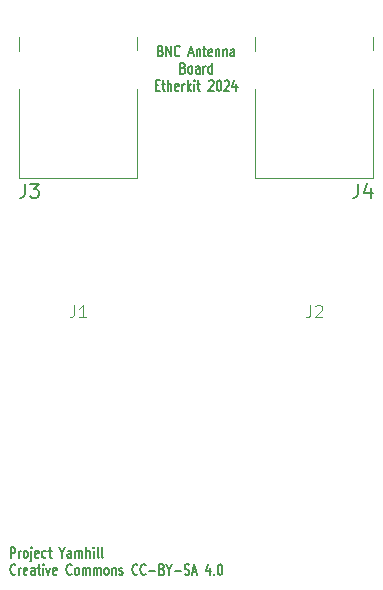
<source format=gto>
%TF.GenerationSoftware,KiCad,Pcbnew,7.0.10-7.0.10~ubuntu22.04.1*%
%TF.CreationDate,2024-01-03T18:20:11-08:00*%
%TF.ProjectId,YamhillBNCAntennaBoard,59616d68-696c-46c4-924e-43416e74656e,A*%
%TF.SameCoordinates,Original*%
%TF.FileFunction,Legend,Top*%
%TF.FilePolarity,Positive*%
%FSLAX46Y46*%
G04 Gerber Fmt 4.6, Leading zero omitted, Abs format (unit mm)*
G04 Created by KiCad (PCBNEW 7.0.10-7.0.10~ubuntu22.04.1) date 2024-01-03 18:20:11*
%MOMM*%
%LPD*%
G01*
G04 APERTURE LIST*
%ADD10C,0.175000*%
%ADD11C,0.100000*%
%ADD12C,0.200000*%
%ADD13C,0.800000*%
%ADD14C,6.400000*%
%ADD15C,2.500000*%
%ADD16C,2.600000*%
%ADD17C,1.900000*%
%ADD18C,3.600000*%
G04 APERTURE END LIST*
D10*
X109281797Y-96131757D02*
X109281797Y-95231757D01*
X109281797Y-95231757D02*
X109548464Y-95231757D01*
X109548464Y-95231757D02*
X109615131Y-95274614D01*
X109615131Y-95274614D02*
X109648464Y-95317471D01*
X109648464Y-95317471D02*
X109681797Y-95403185D01*
X109681797Y-95403185D02*
X109681797Y-95531757D01*
X109681797Y-95531757D02*
X109648464Y-95617471D01*
X109648464Y-95617471D02*
X109615131Y-95660328D01*
X109615131Y-95660328D02*
X109548464Y-95703185D01*
X109548464Y-95703185D02*
X109281797Y-95703185D01*
X109981797Y-96131757D02*
X109981797Y-95531757D01*
X109981797Y-95703185D02*
X110015131Y-95617471D01*
X110015131Y-95617471D02*
X110048464Y-95574614D01*
X110048464Y-95574614D02*
X110115131Y-95531757D01*
X110115131Y-95531757D02*
X110181797Y-95531757D01*
X110515130Y-96131757D02*
X110448464Y-96088900D01*
X110448464Y-96088900D02*
X110415130Y-96046042D01*
X110415130Y-96046042D02*
X110381797Y-95960328D01*
X110381797Y-95960328D02*
X110381797Y-95703185D01*
X110381797Y-95703185D02*
X110415130Y-95617471D01*
X110415130Y-95617471D02*
X110448464Y-95574614D01*
X110448464Y-95574614D02*
X110515130Y-95531757D01*
X110515130Y-95531757D02*
X110615130Y-95531757D01*
X110615130Y-95531757D02*
X110681797Y-95574614D01*
X110681797Y-95574614D02*
X110715130Y-95617471D01*
X110715130Y-95617471D02*
X110748464Y-95703185D01*
X110748464Y-95703185D02*
X110748464Y-95960328D01*
X110748464Y-95960328D02*
X110715130Y-96046042D01*
X110715130Y-96046042D02*
X110681797Y-96088900D01*
X110681797Y-96088900D02*
X110615130Y-96131757D01*
X110615130Y-96131757D02*
X110515130Y-96131757D01*
X111048463Y-95531757D02*
X111048463Y-96303185D01*
X111048463Y-96303185D02*
X111015130Y-96388900D01*
X111015130Y-96388900D02*
X110948463Y-96431757D01*
X110948463Y-96431757D02*
X110915130Y-96431757D01*
X111048463Y-95231757D02*
X111015130Y-95274614D01*
X111015130Y-95274614D02*
X111048463Y-95317471D01*
X111048463Y-95317471D02*
X111081797Y-95274614D01*
X111081797Y-95274614D02*
X111048463Y-95231757D01*
X111048463Y-95231757D02*
X111048463Y-95317471D01*
X111648463Y-96088900D02*
X111581796Y-96131757D01*
X111581796Y-96131757D02*
X111448463Y-96131757D01*
X111448463Y-96131757D02*
X111381796Y-96088900D01*
X111381796Y-96088900D02*
X111348463Y-96003185D01*
X111348463Y-96003185D02*
X111348463Y-95660328D01*
X111348463Y-95660328D02*
X111381796Y-95574614D01*
X111381796Y-95574614D02*
X111448463Y-95531757D01*
X111448463Y-95531757D02*
X111581796Y-95531757D01*
X111581796Y-95531757D02*
X111648463Y-95574614D01*
X111648463Y-95574614D02*
X111681796Y-95660328D01*
X111681796Y-95660328D02*
X111681796Y-95746042D01*
X111681796Y-95746042D02*
X111348463Y-95831757D01*
X112281796Y-96088900D02*
X112215130Y-96131757D01*
X112215130Y-96131757D02*
X112081796Y-96131757D01*
X112081796Y-96131757D02*
X112015130Y-96088900D01*
X112015130Y-96088900D02*
X111981796Y-96046042D01*
X111981796Y-96046042D02*
X111948463Y-95960328D01*
X111948463Y-95960328D02*
X111948463Y-95703185D01*
X111948463Y-95703185D02*
X111981796Y-95617471D01*
X111981796Y-95617471D02*
X112015130Y-95574614D01*
X112015130Y-95574614D02*
X112081796Y-95531757D01*
X112081796Y-95531757D02*
X112215130Y-95531757D01*
X112215130Y-95531757D02*
X112281796Y-95574614D01*
X112481796Y-95531757D02*
X112748463Y-95531757D01*
X112581796Y-95231757D02*
X112581796Y-96003185D01*
X112581796Y-96003185D02*
X112615130Y-96088900D01*
X112615130Y-96088900D02*
X112681796Y-96131757D01*
X112681796Y-96131757D02*
X112748463Y-96131757D01*
X113648463Y-95703185D02*
X113648463Y-96131757D01*
X113415129Y-95231757D02*
X113648463Y-95703185D01*
X113648463Y-95703185D02*
X113881796Y-95231757D01*
X114415129Y-96131757D02*
X114415129Y-95660328D01*
X114415129Y-95660328D02*
X114381796Y-95574614D01*
X114381796Y-95574614D02*
X114315129Y-95531757D01*
X114315129Y-95531757D02*
X114181796Y-95531757D01*
X114181796Y-95531757D02*
X114115129Y-95574614D01*
X114415129Y-96088900D02*
X114348463Y-96131757D01*
X114348463Y-96131757D02*
X114181796Y-96131757D01*
X114181796Y-96131757D02*
X114115129Y-96088900D01*
X114115129Y-96088900D02*
X114081796Y-96003185D01*
X114081796Y-96003185D02*
X114081796Y-95917471D01*
X114081796Y-95917471D02*
X114115129Y-95831757D01*
X114115129Y-95831757D02*
X114181796Y-95788900D01*
X114181796Y-95788900D02*
X114348463Y-95788900D01*
X114348463Y-95788900D02*
X114415129Y-95746042D01*
X114748462Y-96131757D02*
X114748462Y-95531757D01*
X114748462Y-95617471D02*
X114781796Y-95574614D01*
X114781796Y-95574614D02*
X114848462Y-95531757D01*
X114848462Y-95531757D02*
X114948462Y-95531757D01*
X114948462Y-95531757D02*
X115015129Y-95574614D01*
X115015129Y-95574614D02*
X115048462Y-95660328D01*
X115048462Y-95660328D02*
X115048462Y-96131757D01*
X115048462Y-95660328D02*
X115081796Y-95574614D01*
X115081796Y-95574614D02*
X115148462Y-95531757D01*
X115148462Y-95531757D02*
X115248462Y-95531757D01*
X115248462Y-95531757D02*
X115315129Y-95574614D01*
X115315129Y-95574614D02*
X115348462Y-95660328D01*
X115348462Y-95660328D02*
X115348462Y-96131757D01*
X115681795Y-96131757D02*
X115681795Y-95231757D01*
X115981795Y-96131757D02*
X115981795Y-95660328D01*
X115981795Y-95660328D02*
X115948462Y-95574614D01*
X115948462Y-95574614D02*
X115881795Y-95531757D01*
X115881795Y-95531757D02*
X115781795Y-95531757D01*
X115781795Y-95531757D02*
X115715129Y-95574614D01*
X115715129Y-95574614D02*
X115681795Y-95617471D01*
X116315128Y-96131757D02*
X116315128Y-95531757D01*
X116315128Y-95231757D02*
X116281795Y-95274614D01*
X116281795Y-95274614D02*
X116315128Y-95317471D01*
X116315128Y-95317471D02*
X116348462Y-95274614D01*
X116348462Y-95274614D02*
X116315128Y-95231757D01*
X116315128Y-95231757D02*
X116315128Y-95317471D01*
X116748461Y-96131757D02*
X116681795Y-96088900D01*
X116681795Y-96088900D02*
X116648461Y-96003185D01*
X116648461Y-96003185D02*
X116648461Y-95231757D01*
X117115128Y-96131757D02*
X117048462Y-96088900D01*
X117048462Y-96088900D02*
X117015128Y-96003185D01*
X117015128Y-96003185D02*
X117015128Y-95231757D01*
X109681797Y-97495042D02*
X109648464Y-97537900D01*
X109648464Y-97537900D02*
X109548464Y-97580757D01*
X109548464Y-97580757D02*
X109481797Y-97580757D01*
X109481797Y-97580757D02*
X109381797Y-97537900D01*
X109381797Y-97537900D02*
X109315131Y-97452185D01*
X109315131Y-97452185D02*
X109281797Y-97366471D01*
X109281797Y-97366471D02*
X109248464Y-97195042D01*
X109248464Y-97195042D02*
X109248464Y-97066471D01*
X109248464Y-97066471D02*
X109281797Y-96895042D01*
X109281797Y-96895042D02*
X109315131Y-96809328D01*
X109315131Y-96809328D02*
X109381797Y-96723614D01*
X109381797Y-96723614D02*
X109481797Y-96680757D01*
X109481797Y-96680757D02*
X109548464Y-96680757D01*
X109548464Y-96680757D02*
X109648464Y-96723614D01*
X109648464Y-96723614D02*
X109681797Y-96766471D01*
X109981797Y-97580757D02*
X109981797Y-96980757D01*
X109981797Y-97152185D02*
X110015131Y-97066471D01*
X110015131Y-97066471D02*
X110048464Y-97023614D01*
X110048464Y-97023614D02*
X110115131Y-96980757D01*
X110115131Y-96980757D02*
X110181797Y-96980757D01*
X110681797Y-97537900D02*
X110615130Y-97580757D01*
X110615130Y-97580757D02*
X110481797Y-97580757D01*
X110481797Y-97580757D02*
X110415130Y-97537900D01*
X110415130Y-97537900D02*
X110381797Y-97452185D01*
X110381797Y-97452185D02*
X110381797Y-97109328D01*
X110381797Y-97109328D02*
X110415130Y-97023614D01*
X110415130Y-97023614D02*
X110481797Y-96980757D01*
X110481797Y-96980757D02*
X110615130Y-96980757D01*
X110615130Y-96980757D02*
X110681797Y-97023614D01*
X110681797Y-97023614D02*
X110715130Y-97109328D01*
X110715130Y-97109328D02*
X110715130Y-97195042D01*
X110715130Y-97195042D02*
X110381797Y-97280757D01*
X111315130Y-97580757D02*
X111315130Y-97109328D01*
X111315130Y-97109328D02*
X111281797Y-97023614D01*
X111281797Y-97023614D02*
X111215130Y-96980757D01*
X111215130Y-96980757D02*
X111081797Y-96980757D01*
X111081797Y-96980757D02*
X111015130Y-97023614D01*
X111315130Y-97537900D02*
X111248464Y-97580757D01*
X111248464Y-97580757D02*
X111081797Y-97580757D01*
X111081797Y-97580757D02*
X111015130Y-97537900D01*
X111015130Y-97537900D02*
X110981797Y-97452185D01*
X110981797Y-97452185D02*
X110981797Y-97366471D01*
X110981797Y-97366471D02*
X111015130Y-97280757D01*
X111015130Y-97280757D02*
X111081797Y-97237900D01*
X111081797Y-97237900D02*
X111248464Y-97237900D01*
X111248464Y-97237900D02*
X111315130Y-97195042D01*
X111548463Y-96980757D02*
X111815130Y-96980757D01*
X111648463Y-96680757D02*
X111648463Y-97452185D01*
X111648463Y-97452185D02*
X111681797Y-97537900D01*
X111681797Y-97537900D02*
X111748463Y-97580757D01*
X111748463Y-97580757D02*
X111815130Y-97580757D01*
X112048463Y-97580757D02*
X112048463Y-96980757D01*
X112048463Y-96680757D02*
X112015130Y-96723614D01*
X112015130Y-96723614D02*
X112048463Y-96766471D01*
X112048463Y-96766471D02*
X112081797Y-96723614D01*
X112081797Y-96723614D02*
X112048463Y-96680757D01*
X112048463Y-96680757D02*
X112048463Y-96766471D01*
X112315130Y-96980757D02*
X112481796Y-97580757D01*
X112481796Y-97580757D02*
X112648463Y-96980757D01*
X113181796Y-97537900D02*
X113115129Y-97580757D01*
X113115129Y-97580757D02*
X112981796Y-97580757D01*
X112981796Y-97580757D02*
X112915129Y-97537900D01*
X112915129Y-97537900D02*
X112881796Y-97452185D01*
X112881796Y-97452185D02*
X112881796Y-97109328D01*
X112881796Y-97109328D02*
X112915129Y-97023614D01*
X112915129Y-97023614D02*
X112981796Y-96980757D01*
X112981796Y-96980757D02*
X113115129Y-96980757D01*
X113115129Y-96980757D02*
X113181796Y-97023614D01*
X113181796Y-97023614D02*
X113215129Y-97109328D01*
X113215129Y-97109328D02*
X113215129Y-97195042D01*
X113215129Y-97195042D02*
X112881796Y-97280757D01*
X114448462Y-97495042D02*
X114415129Y-97537900D01*
X114415129Y-97537900D02*
X114315129Y-97580757D01*
X114315129Y-97580757D02*
X114248462Y-97580757D01*
X114248462Y-97580757D02*
X114148462Y-97537900D01*
X114148462Y-97537900D02*
X114081796Y-97452185D01*
X114081796Y-97452185D02*
X114048462Y-97366471D01*
X114048462Y-97366471D02*
X114015129Y-97195042D01*
X114015129Y-97195042D02*
X114015129Y-97066471D01*
X114015129Y-97066471D02*
X114048462Y-96895042D01*
X114048462Y-96895042D02*
X114081796Y-96809328D01*
X114081796Y-96809328D02*
X114148462Y-96723614D01*
X114148462Y-96723614D02*
X114248462Y-96680757D01*
X114248462Y-96680757D02*
X114315129Y-96680757D01*
X114315129Y-96680757D02*
X114415129Y-96723614D01*
X114415129Y-96723614D02*
X114448462Y-96766471D01*
X114848462Y-97580757D02*
X114781796Y-97537900D01*
X114781796Y-97537900D02*
X114748462Y-97495042D01*
X114748462Y-97495042D02*
X114715129Y-97409328D01*
X114715129Y-97409328D02*
X114715129Y-97152185D01*
X114715129Y-97152185D02*
X114748462Y-97066471D01*
X114748462Y-97066471D02*
X114781796Y-97023614D01*
X114781796Y-97023614D02*
X114848462Y-96980757D01*
X114848462Y-96980757D02*
X114948462Y-96980757D01*
X114948462Y-96980757D02*
X115015129Y-97023614D01*
X115015129Y-97023614D02*
X115048462Y-97066471D01*
X115048462Y-97066471D02*
X115081796Y-97152185D01*
X115081796Y-97152185D02*
X115081796Y-97409328D01*
X115081796Y-97409328D02*
X115048462Y-97495042D01*
X115048462Y-97495042D02*
X115015129Y-97537900D01*
X115015129Y-97537900D02*
X114948462Y-97580757D01*
X114948462Y-97580757D02*
X114848462Y-97580757D01*
X115381795Y-97580757D02*
X115381795Y-96980757D01*
X115381795Y-97066471D02*
X115415129Y-97023614D01*
X115415129Y-97023614D02*
X115481795Y-96980757D01*
X115481795Y-96980757D02*
X115581795Y-96980757D01*
X115581795Y-96980757D02*
X115648462Y-97023614D01*
X115648462Y-97023614D02*
X115681795Y-97109328D01*
X115681795Y-97109328D02*
X115681795Y-97580757D01*
X115681795Y-97109328D02*
X115715129Y-97023614D01*
X115715129Y-97023614D02*
X115781795Y-96980757D01*
X115781795Y-96980757D02*
X115881795Y-96980757D01*
X115881795Y-96980757D02*
X115948462Y-97023614D01*
X115948462Y-97023614D02*
X115981795Y-97109328D01*
X115981795Y-97109328D02*
X115981795Y-97580757D01*
X116315128Y-97580757D02*
X116315128Y-96980757D01*
X116315128Y-97066471D02*
X116348462Y-97023614D01*
X116348462Y-97023614D02*
X116415128Y-96980757D01*
X116415128Y-96980757D02*
X116515128Y-96980757D01*
X116515128Y-96980757D02*
X116581795Y-97023614D01*
X116581795Y-97023614D02*
X116615128Y-97109328D01*
X116615128Y-97109328D02*
X116615128Y-97580757D01*
X116615128Y-97109328D02*
X116648462Y-97023614D01*
X116648462Y-97023614D02*
X116715128Y-96980757D01*
X116715128Y-96980757D02*
X116815128Y-96980757D01*
X116815128Y-96980757D02*
X116881795Y-97023614D01*
X116881795Y-97023614D02*
X116915128Y-97109328D01*
X116915128Y-97109328D02*
X116915128Y-97580757D01*
X117348461Y-97580757D02*
X117281795Y-97537900D01*
X117281795Y-97537900D02*
X117248461Y-97495042D01*
X117248461Y-97495042D02*
X117215128Y-97409328D01*
X117215128Y-97409328D02*
X117215128Y-97152185D01*
X117215128Y-97152185D02*
X117248461Y-97066471D01*
X117248461Y-97066471D02*
X117281795Y-97023614D01*
X117281795Y-97023614D02*
X117348461Y-96980757D01*
X117348461Y-96980757D02*
X117448461Y-96980757D01*
X117448461Y-96980757D02*
X117515128Y-97023614D01*
X117515128Y-97023614D02*
X117548461Y-97066471D01*
X117548461Y-97066471D02*
X117581795Y-97152185D01*
X117581795Y-97152185D02*
X117581795Y-97409328D01*
X117581795Y-97409328D02*
X117548461Y-97495042D01*
X117548461Y-97495042D02*
X117515128Y-97537900D01*
X117515128Y-97537900D02*
X117448461Y-97580757D01*
X117448461Y-97580757D02*
X117348461Y-97580757D01*
X117881794Y-96980757D02*
X117881794Y-97580757D01*
X117881794Y-97066471D02*
X117915128Y-97023614D01*
X117915128Y-97023614D02*
X117981794Y-96980757D01*
X117981794Y-96980757D02*
X118081794Y-96980757D01*
X118081794Y-96980757D02*
X118148461Y-97023614D01*
X118148461Y-97023614D02*
X118181794Y-97109328D01*
X118181794Y-97109328D02*
X118181794Y-97580757D01*
X118481794Y-97537900D02*
X118548461Y-97580757D01*
X118548461Y-97580757D02*
X118681794Y-97580757D01*
X118681794Y-97580757D02*
X118748461Y-97537900D01*
X118748461Y-97537900D02*
X118781794Y-97452185D01*
X118781794Y-97452185D02*
X118781794Y-97409328D01*
X118781794Y-97409328D02*
X118748461Y-97323614D01*
X118748461Y-97323614D02*
X118681794Y-97280757D01*
X118681794Y-97280757D02*
X118581794Y-97280757D01*
X118581794Y-97280757D02*
X118515127Y-97237900D01*
X118515127Y-97237900D02*
X118481794Y-97152185D01*
X118481794Y-97152185D02*
X118481794Y-97109328D01*
X118481794Y-97109328D02*
X118515127Y-97023614D01*
X118515127Y-97023614D02*
X118581794Y-96980757D01*
X118581794Y-96980757D02*
X118681794Y-96980757D01*
X118681794Y-96980757D02*
X118748461Y-97023614D01*
X120015127Y-97495042D02*
X119981794Y-97537900D01*
X119981794Y-97537900D02*
X119881794Y-97580757D01*
X119881794Y-97580757D02*
X119815127Y-97580757D01*
X119815127Y-97580757D02*
X119715127Y-97537900D01*
X119715127Y-97537900D02*
X119648461Y-97452185D01*
X119648461Y-97452185D02*
X119615127Y-97366471D01*
X119615127Y-97366471D02*
X119581794Y-97195042D01*
X119581794Y-97195042D02*
X119581794Y-97066471D01*
X119581794Y-97066471D02*
X119615127Y-96895042D01*
X119615127Y-96895042D02*
X119648461Y-96809328D01*
X119648461Y-96809328D02*
X119715127Y-96723614D01*
X119715127Y-96723614D02*
X119815127Y-96680757D01*
X119815127Y-96680757D02*
X119881794Y-96680757D01*
X119881794Y-96680757D02*
X119981794Y-96723614D01*
X119981794Y-96723614D02*
X120015127Y-96766471D01*
X120715127Y-97495042D02*
X120681794Y-97537900D01*
X120681794Y-97537900D02*
X120581794Y-97580757D01*
X120581794Y-97580757D02*
X120515127Y-97580757D01*
X120515127Y-97580757D02*
X120415127Y-97537900D01*
X120415127Y-97537900D02*
X120348461Y-97452185D01*
X120348461Y-97452185D02*
X120315127Y-97366471D01*
X120315127Y-97366471D02*
X120281794Y-97195042D01*
X120281794Y-97195042D02*
X120281794Y-97066471D01*
X120281794Y-97066471D02*
X120315127Y-96895042D01*
X120315127Y-96895042D02*
X120348461Y-96809328D01*
X120348461Y-96809328D02*
X120415127Y-96723614D01*
X120415127Y-96723614D02*
X120515127Y-96680757D01*
X120515127Y-96680757D02*
X120581794Y-96680757D01*
X120581794Y-96680757D02*
X120681794Y-96723614D01*
X120681794Y-96723614D02*
X120715127Y-96766471D01*
X121015127Y-97237900D02*
X121548461Y-97237900D01*
X122115128Y-97109328D02*
X122215128Y-97152185D01*
X122215128Y-97152185D02*
X122248461Y-97195042D01*
X122248461Y-97195042D02*
X122281794Y-97280757D01*
X122281794Y-97280757D02*
X122281794Y-97409328D01*
X122281794Y-97409328D02*
X122248461Y-97495042D01*
X122248461Y-97495042D02*
X122215128Y-97537900D01*
X122215128Y-97537900D02*
X122148461Y-97580757D01*
X122148461Y-97580757D02*
X121881794Y-97580757D01*
X121881794Y-97580757D02*
X121881794Y-96680757D01*
X121881794Y-96680757D02*
X122115128Y-96680757D01*
X122115128Y-96680757D02*
X122181794Y-96723614D01*
X122181794Y-96723614D02*
X122215128Y-96766471D01*
X122215128Y-96766471D02*
X122248461Y-96852185D01*
X122248461Y-96852185D02*
X122248461Y-96937900D01*
X122248461Y-96937900D02*
X122215128Y-97023614D01*
X122215128Y-97023614D02*
X122181794Y-97066471D01*
X122181794Y-97066471D02*
X122115128Y-97109328D01*
X122115128Y-97109328D02*
X121881794Y-97109328D01*
X122715128Y-97152185D02*
X122715128Y-97580757D01*
X122481794Y-96680757D02*
X122715128Y-97152185D01*
X122715128Y-97152185D02*
X122948461Y-96680757D01*
X123181794Y-97237900D02*
X123715128Y-97237900D01*
X124015128Y-97537900D02*
X124115128Y-97580757D01*
X124115128Y-97580757D02*
X124281795Y-97580757D01*
X124281795Y-97580757D02*
X124348461Y-97537900D01*
X124348461Y-97537900D02*
X124381795Y-97495042D01*
X124381795Y-97495042D02*
X124415128Y-97409328D01*
X124415128Y-97409328D02*
X124415128Y-97323614D01*
X124415128Y-97323614D02*
X124381795Y-97237900D01*
X124381795Y-97237900D02*
X124348461Y-97195042D01*
X124348461Y-97195042D02*
X124281795Y-97152185D01*
X124281795Y-97152185D02*
X124148461Y-97109328D01*
X124148461Y-97109328D02*
X124081795Y-97066471D01*
X124081795Y-97066471D02*
X124048461Y-97023614D01*
X124048461Y-97023614D02*
X124015128Y-96937900D01*
X124015128Y-96937900D02*
X124015128Y-96852185D01*
X124015128Y-96852185D02*
X124048461Y-96766471D01*
X124048461Y-96766471D02*
X124081795Y-96723614D01*
X124081795Y-96723614D02*
X124148461Y-96680757D01*
X124148461Y-96680757D02*
X124315128Y-96680757D01*
X124315128Y-96680757D02*
X124415128Y-96723614D01*
X124681795Y-97323614D02*
X125015128Y-97323614D01*
X124615128Y-97580757D02*
X124848462Y-96680757D01*
X124848462Y-96680757D02*
X125081795Y-97580757D01*
X126148461Y-96980757D02*
X126148461Y-97580757D01*
X125981795Y-96637900D02*
X125815128Y-97280757D01*
X125815128Y-97280757D02*
X126248461Y-97280757D01*
X126515128Y-97495042D02*
X126548462Y-97537900D01*
X126548462Y-97537900D02*
X126515128Y-97580757D01*
X126515128Y-97580757D02*
X126481795Y-97537900D01*
X126481795Y-97537900D02*
X126515128Y-97495042D01*
X126515128Y-97495042D02*
X126515128Y-97580757D01*
X126981795Y-96680757D02*
X127048461Y-96680757D01*
X127048461Y-96680757D02*
X127115128Y-96723614D01*
X127115128Y-96723614D02*
X127148461Y-96766471D01*
X127148461Y-96766471D02*
X127181795Y-96852185D01*
X127181795Y-96852185D02*
X127215128Y-97023614D01*
X127215128Y-97023614D02*
X127215128Y-97237900D01*
X127215128Y-97237900D02*
X127181795Y-97409328D01*
X127181795Y-97409328D02*
X127148461Y-97495042D01*
X127148461Y-97495042D02*
X127115128Y-97537900D01*
X127115128Y-97537900D02*
X127048461Y-97580757D01*
X127048461Y-97580757D02*
X126981795Y-97580757D01*
X126981795Y-97580757D02*
X126915128Y-97537900D01*
X126915128Y-97537900D02*
X126881795Y-97495042D01*
X126881795Y-97495042D02*
X126848461Y-97409328D01*
X126848461Y-97409328D02*
X126815128Y-97237900D01*
X126815128Y-97237900D02*
X126815128Y-97023614D01*
X126815128Y-97023614D02*
X126848461Y-96852185D01*
X126848461Y-96852185D02*
X126881795Y-96766471D01*
X126881795Y-96766471D02*
X126915128Y-96723614D01*
X126915128Y-96723614D02*
X126981795Y-96680757D01*
X122000001Y-53211328D02*
X122100001Y-53254185D01*
X122100001Y-53254185D02*
X122133334Y-53297042D01*
X122133334Y-53297042D02*
X122166667Y-53382757D01*
X122166667Y-53382757D02*
X122166667Y-53511328D01*
X122166667Y-53511328D02*
X122133334Y-53597042D01*
X122133334Y-53597042D02*
X122100001Y-53639900D01*
X122100001Y-53639900D02*
X122033334Y-53682757D01*
X122033334Y-53682757D02*
X121766667Y-53682757D01*
X121766667Y-53682757D02*
X121766667Y-52782757D01*
X121766667Y-52782757D02*
X122000001Y-52782757D01*
X122000001Y-52782757D02*
X122066667Y-52825614D01*
X122066667Y-52825614D02*
X122100001Y-52868471D01*
X122100001Y-52868471D02*
X122133334Y-52954185D01*
X122133334Y-52954185D02*
X122133334Y-53039900D01*
X122133334Y-53039900D02*
X122100001Y-53125614D01*
X122100001Y-53125614D02*
X122066667Y-53168471D01*
X122066667Y-53168471D02*
X122000001Y-53211328D01*
X122000001Y-53211328D02*
X121766667Y-53211328D01*
X122466667Y-53682757D02*
X122466667Y-52782757D01*
X122466667Y-52782757D02*
X122866667Y-53682757D01*
X122866667Y-53682757D02*
X122866667Y-52782757D01*
X123600000Y-53597042D02*
X123566667Y-53639900D01*
X123566667Y-53639900D02*
X123466667Y-53682757D01*
X123466667Y-53682757D02*
X123400000Y-53682757D01*
X123400000Y-53682757D02*
X123300000Y-53639900D01*
X123300000Y-53639900D02*
X123233334Y-53554185D01*
X123233334Y-53554185D02*
X123200000Y-53468471D01*
X123200000Y-53468471D02*
X123166667Y-53297042D01*
X123166667Y-53297042D02*
X123166667Y-53168471D01*
X123166667Y-53168471D02*
X123200000Y-52997042D01*
X123200000Y-52997042D02*
X123233334Y-52911328D01*
X123233334Y-52911328D02*
X123300000Y-52825614D01*
X123300000Y-52825614D02*
X123400000Y-52782757D01*
X123400000Y-52782757D02*
X123466667Y-52782757D01*
X123466667Y-52782757D02*
X123566667Y-52825614D01*
X123566667Y-52825614D02*
X123600000Y-52868471D01*
X124400000Y-53425614D02*
X124733333Y-53425614D01*
X124333333Y-53682757D02*
X124566667Y-52782757D01*
X124566667Y-52782757D02*
X124800000Y-53682757D01*
X125033333Y-53082757D02*
X125033333Y-53682757D01*
X125033333Y-53168471D02*
X125066667Y-53125614D01*
X125066667Y-53125614D02*
X125133333Y-53082757D01*
X125133333Y-53082757D02*
X125233333Y-53082757D01*
X125233333Y-53082757D02*
X125300000Y-53125614D01*
X125300000Y-53125614D02*
X125333333Y-53211328D01*
X125333333Y-53211328D02*
X125333333Y-53682757D01*
X125566666Y-53082757D02*
X125833333Y-53082757D01*
X125666666Y-52782757D02*
X125666666Y-53554185D01*
X125666666Y-53554185D02*
X125700000Y-53639900D01*
X125700000Y-53639900D02*
X125766666Y-53682757D01*
X125766666Y-53682757D02*
X125833333Y-53682757D01*
X126333333Y-53639900D02*
X126266666Y-53682757D01*
X126266666Y-53682757D02*
X126133333Y-53682757D01*
X126133333Y-53682757D02*
X126066666Y-53639900D01*
X126066666Y-53639900D02*
X126033333Y-53554185D01*
X126033333Y-53554185D02*
X126033333Y-53211328D01*
X126033333Y-53211328D02*
X126066666Y-53125614D01*
X126066666Y-53125614D02*
X126133333Y-53082757D01*
X126133333Y-53082757D02*
X126266666Y-53082757D01*
X126266666Y-53082757D02*
X126333333Y-53125614D01*
X126333333Y-53125614D02*
X126366666Y-53211328D01*
X126366666Y-53211328D02*
X126366666Y-53297042D01*
X126366666Y-53297042D02*
X126033333Y-53382757D01*
X126666666Y-53082757D02*
X126666666Y-53682757D01*
X126666666Y-53168471D02*
X126700000Y-53125614D01*
X126700000Y-53125614D02*
X126766666Y-53082757D01*
X126766666Y-53082757D02*
X126866666Y-53082757D01*
X126866666Y-53082757D02*
X126933333Y-53125614D01*
X126933333Y-53125614D02*
X126966666Y-53211328D01*
X126966666Y-53211328D02*
X126966666Y-53682757D01*
X127299999Y-53082757D02*
X127299999Y-53682757D01*
X127299999Y-53168471D02*
X127333333Y-53125614D01*
X127333333Y-53125614D02*
X127399999Y-53082757D01*
X127399999Y-53082757D02*
X127499999Y-53082757D01*
X127499999Y-53082757D02*
X127566666Y-53125614D01*
X127566666Y-53125614D02*
X127599999Y-53211328D01*
X127599999Y-53211328D02*
X127599999Y-53682757D01*
X128233332Y-53682757D02*
X128233332Y-53211328D01*
X128233332Y-53211328D02*
X128199999Y-53125614D01*
X128199999Y-53125614D02*
X128133332Y-53082757D01*
X128133332Y-53082757D02*
X127999999Y-53082757D01*
X127999999Y-53082757D02*
X127933332Y-53125614D01*
X128233332Y-53639900D02*
X128166666Y-53682757D01*
X128166666Y-53682757D02*
X127999999Y-53682757D01*
X127999999Y-53682757D02*
X127933332Y-53639900D01*
X127933332Y-53639900D02*
X127899999Y-53554185D01*
X127899999Y-53554185D02*
X127899999Y-53468471D01*
X127899999Y-53468471D02*
X127933332Y-53382757D01*
X127933332Y-53382757D02*
X127999999Y-53339900D01*
X127999999Y-53339900D02*
X128166666Y-53339900D01*
X128166666Y-53339900D02*
X128233332Y-53297042D01*
X123883334Y-54660328D02*
X123983334Y-54703185D01*
X123983334Y-54703185D02*
X124016667Y-54746042D01*
X124016667Y-54746042D02*
X124050000Y-54831757D01*
X124050000Y-54831757D02*
X124050000Y-54960328D01*
X124050000Y-54960328D02*
X124016667Y-55046042D01*
X124016667Y-55046042D02*
X123983334Y-55088900D01*
X123983334Y-55088900D02*
X123916667Y-55131757D01*
X123916667Y-55131757D02*
X123650000Y-55131757D01*
X123650000Y-55131757D02*
X123650000Y-54231757D01*
X123650000Y-54231757D02*
X123883334Y-54231757D01*
X123883334Y-54231757D02*
X123950000Y-54274614D01*
X123950000Y-54274614D02*
X123983334Y-54317471D01*
X123983334Y-54317471D02*
X124016667Y-54403185D01*
X124016667Y-54403185D02*
X124016667Y-54488900D01*
X124016667Y-54488900D02*
X123983334Y-54574614D01*
X123983334Y-54574614D02*
X123950000Y-54617471D01*
X123950000Y-54617471D02*
X123883334Y-54660328D01*
X123883334Y-54660328D02*
X123650000Y-54660328D01*
X124450000Y-55131757D02*
X124383334Y-55088900D01*
X124383334Y-55088900D02*
X124350000Y-55046042D01*
X124350000Y-55046042D02*
X124316667Y-54960328D01*
X124316667Y-54960328D02*
X124316667Y-54703185D01*
X124316667Y-54703185D02*
X124350000Y-54617471D01*
X124350000Y-54617471D02*
X124383334Y-54574614D01*
X124383334Y-54574614D02*
X124450000Y-54531757D01*
X124450000Y-54531757D02*
X124550000Y-54531757D01*
X124550000Y-54531757D02*
X124616667Y-54574614D01*
X124616667Y-54574614D02*
X124650000Y-54617471D01*
X124650000Y-54617471D02*
X124683334Y-54703185D01*
X124683334Y-54703185D02*
X124683334Y-54960328D01*
X124683334Y-54960328D02*
X124650000Y-55046042D01*
X124650000Y-55046042D02*
X124616667Y-55088900D01*
X124616667Y-55088900D02*
X124550000Y-55131757D01*
X124550000Y-55131757D02*
X124450000Y-55131757D01*
X125283333Y-55131757D02*
X125283333Y-54660328D01*
X125283333Y-54660328D02*
X125250000Y-54574614D01*
X125250000Y-54574614D02*
X125183333Y-54531757D01*
X125183333Y-54531757D02*
X125050000Y-54531757D01*
X125050000Y-54531757D02*
X124983333Y-54574614D01*
X125283333Y-55088900D02*
X125216667Y-55131757D01*
X125216667Y-55131757D02*
X125050000Y-55131757D01*
X125050000Y-55131757D02*
X124983333Y-55088900D01*
X124983333Y-55088900D02*
X124950000Y-55003185D01*
X124950000Y-55003185D02*
X124950000Y-54917471D01*
X124950000Y-54917471D02*
X124983333Y-54831757D01*
X124983333Y-54831757D02*
X125050000Y-54788900D01*
X125050000Y-54788900D02*
X125216667Y-54788900D01*
X125216667Y-54788900D02*
X125283333Y-54746042D01*
X125616666Y-55131757D02*
X125616666Y-54531757D01*
X125616666Y-54703185D02*
X125650000Y-54617471D01*
X125650000Y-54617471D02*
X125683333Y-54574614D01*
X125683333Y-54574614D02*
X125750000Y-54531757D01*
X125750000Y-54531757D02*
X125816666Y-54531757D01*
X126349999Y-55131757D02*
X126349999Y-54231757D01*
X126349999Y-55088900D02*
X126283333Y-55131757D01*
X126283333Y-55131757D02*
X126149999Y-55131757D01*
X126149999Y-55131757D02*
X126083333Y-55088900D01*
X126083333Y-55088900D02*
X126049999Y-55046042D01*
X126049999Y-55046042D02*
X126016666Y-54960328D01*
X126016666Y-54960328D02*
X126016666Y-54703185D01*
X126016666Y-54703185D02*
X126049999Y-54617471D01*
X126049999Y-54617471D02*
X126083333Y-54574614D01*
X126083333Y-54574614D02*
X126149999Y-54531757D01*
X126149999Y-54531757D02*
X126283333Y-54531757D01*
X126283333Y-54531757D02*
X126349999Y-54574614D01*
X121566666Y-56109328D02*
X121800000Y-56109328D01*
X121900000Y-56580757D02*
X121566666Y-56580757D01*
X121566666Y-56580757D02*
X121566666Y-55680757D01*
X121566666Y-55680757D02*
X121900000Y-55680757D01*
X122099999Y-55980757D02*
X122366666Y-55980757D01*
X122199999Y-55680757D02*
X122199999Y-56452185D01*
X122199999Y-56452185D02*
X122233333Y-56537900D01*
X122233333Y-56537900D02*
X122299999Y-56580757D01*
X122299999Y-56580757D02*
X122366666Y-56580757D01*
X122599999Y-56580757D02*
X122599999Y-55680757D01*
X122899999Y-56580757D02*
X122899999Y-56109328D01*
X122899999Y-56109328D02*
X122866666Y-56023614D01*
X122866666Y-56023614D02*
X122799999Y-55980757D01*
X122799999Y-55980757D02*
X122699999Y-55980757D01*
X122699999Y-55980757D02*
X122633333Y-56023614D01*
X122633333Y-56023614D02*
X122599999Y-56066471D01*
X123499999Y-56537900D02*
X123433332Y-56580757D01*
X123433332Y-56580757D02*
X123299999Y-56580757D01*
X123299999Y-56580757D02*
X123233332Y-56537900D01*
X123233332Y-56537900D02*
X123199999Y-56452185D01*
X123199999Y-56452185D02*
X123199999Y-56109328D01*
X123199999Y-56109328D02*
X123233332Y-56023614D01*
X123233332Y-56023614D02*
X123299999Y-55980757D01*
X123299999Y-55980757D02*
X123433332Y-55980757D01*
X123433332Y-55980757D02*
X123499999Y-56023614D01*
X123499999Y-56023614D02*
X123533332Y-56109328D01*
X123533332Y-56109328D02*
X123533332Y-56195042D01*
X123533332Y-56195042D02*
X123199999Y-56280757D01*
X123833332Y-56580757D02*
X123833332Y-55980757D01*
X123833332Y-56152185D02*
X123866666Y-56066471D01*
X123866666Y-56066471D02*
X123899999Y-56023614D01*
X123899999Y-56023614D02*
X123966666Y-55980757D01*
X123966666Y-55980757D02*
X124033332Y-55980757D01*
X124266665Y-56580757D02*
X124266665Y-55680757D01*
X124333332Y-56237900D02*
X124533332Y-56580757D01*
X124533332Y-55980757D02*
X124266665Y-56323614D01*
X124833332Y-56580757D02*
X124833332Y-55980757D01*
X124833332Y-55680757D02*
X124799999Y-55723614D01*
X124799999Y-55723614D02*
X124833332Y-55766471D01*
X124833332Y-55766471D02*
X124866666Y-55723614D01*
X124866666Y-55723614D02*
X124833332Y-55680757D01*
X124833332Y-55680757D02*
X124833332Y-55766471D01*
X125066665Y-55980757D02*
X125333332Y-55980757D01*
X125166665Y-55680757D02*
X125166665Y-56452185D01*
X125166665Y-56452185D02*
X125199999Y-56537900D01*
X125199999Y-56537900D02*
X125266665Y-56580757D01*
X125266665Y-56580757D02*
X125333332Y-56580757D01*
X126066665Y-55766471D02*
X126099998Y-55723614D01*
X126099998Y-55723614D02*
X126166665Y-55680757D01*
X126166665Y-55680757D02*
X126333332Y-55680757D01*
X126333332Y-55680757D02*
X126399998Y-55723614D01*
X126399998Y-55723614D02*
X126433332Y-55766471D01*
X126433332Y-55766471D02*
X126466665Y-55852185D01*
X126466665Y-55852185D02*
X126466665Y-55937900D01*
X126466665Y-55937900D02*
X126433332Y-56066471D01*
X126433332Y-56066471D02*
X126033332Y-56580757D01*
X126033332Y-56580757D02*
X126466665Y-56580757D01*
X126899999Y-55680757D02*
X126966665Y-55680757D01*
X126966665Y-55680757D02*
X127033332Y-55723614D01*
X127033332Y-55723614D02*
X127066665Y-55766471D01*
X127066665Y-55766471D02*
X127099999Y-55852185D01*
X127099999Y-55852185D02*
X127133332Y-56023614D01*
X127133332Y-56023614D02*
X127133332Y-56237900D01*
X127133332Y-56237900D02*
X127099999Y-56409328D01*
X127099999Y-56409328D02*
X127066665Y-56495042D01*
X127066665Y-56495042D02*
X127033332Y-56537900D01*
X127033332Y-56537900D02*
X126966665Y-56580757D01*
X126966665Y-56580757D02*
X126899999Y-56580757D01*
X126899999Y-56580757D02*
X126833332Y-56537900D01*
X126833332Y-56537900D02*
X126799999Y-56495042D01*
X126799999Y-56495042D02*
X126766665Y-56409328D01*
X126766665Y-56409328D02*
X126733332Y-56237900D01*
X126733332Y-56237900D02*
X126733332Y-56023614D01*
X126733332Y-56023614D02*
X126766665Y-55852185D01*
X126766665Y-55852185D02*
X126799999Y-55766471D01*
X126799999Y-55766471D02*
X126833332Y-55723614D01*
X126833332Y-55723614D02*
X126899999Y-55680757D01*
X127399999Y-55766471D02*
X127433332Y-55723614D01*
X127433332Y-55723614D02*
X127499999Y-55680757D01*
X127499999Y-55680757D02*
X127666666Y-55680757D01*
X127666666Y-55680757D02*
X127733332Y-55723614D01*
X127733332Y-55723614D02*
X127766666Y-55766471D01*
X127766666Y-55766471D02*
X127799999Y-55852185D01*
X127799999Y-55852185D02*
X127799999Y-55937900D01*
X127799999Y-55937900D02*
X127766666Y-56066471D01*
X127766666Y-56066471D02*
X127366666Y-56580757D01*
X127366666Y-56580757D02*
X127799999Y-56580757D01*
X128399999Y-55980757D02*
X128399999Y-56580757D01*
X128233333Y-55637900D02*
X128066666Y-56280757D01*
X128066666Y-56280757D02*
X128499999Y-56280757D01*
D11*
X114666666Y-74757419D02*
X114666666Y-75471704D01*
X114666666Y-75471704D02*
X114619047Y-75614561D01*
X114619047Y-75614561D02*
X114523809Y-75709800D01*
X114523809Y-75709800D02*
X114380952Y-75757419D01*
X114380952Y-75757419D02*
X114285714Y-75757419D01*
X115666666Y-75757419D02*
X115095238Y-75757419D01*
X115380952Y-75757419D02*
X115380952Y-74757419D01*
X115380952Y-74757419D02*
X115285714Y-74900276D01*
X115285714Y-74900276D02*
X115190476Y-74995514D01*
X115190476Y-74995514D02*
X115095238Y-75043133D01*
D12*
X110500000Y-64444742D02*
X110500000Y-65301885D01*
X110500000Y-65301885D02*
X110442857Y-65473314D01*
X110442857Y-65473314D02*
X110328571Y-65587600D01*
X110328571Y-65587600D02*
X110157143Y-65644742D01*
X110157143Y-65644742D02*
X110042857Y-65644742D01*
X110957143Y-64444742D02*
X111700000Y-64444742D01*
X111700000Y-64444742D02*
X111300000Y-64901885D01*
X111300000Y-64901885D02*
X111471429Y-64901885D01*
X111471429Y-64901885D02*
X111585715Y-64959028D01*
X111585715Y-64959028D02*
X111642857Y-65016171D01*
X111642857Y-65016171D02*
X111700000Y-65130457D01*
X111700000Y-65130457D02*
X111700000Y-65416171D01*
X111700000Y-65416171D02*
X111642857Y-65530457D01*
X111642857Y-65530457D02*
X111585715Y-65587600D01*
X111585715Y-65587600D02*
X111471429Y-65644742D01*
X111471429Y-65644742D02*
X111128572Y-65644742D01*
X111128572Y-65644742D02*
X111014286Y-65587600D01*
X111014286Y-65587600D02*
X110957143Y-65530457D01*
X138700000Y-64444742D02*
X138700000Y-65301885D01*
X138700000Y-65301885D02*
X138642857Y-65473314D01*
X138642857Y-65473314D02*
X138528571Y-65587600D01*
X138528571Y-65587600D02*
X138357143Y-65644742D01*
X138357143Y-65644742D02*
X138242857Y-65644742D01*
X139785715Y-64844742D02*
X139785715Y-65644742D01*
X139500000Y-64387600D02*
X139214286Y-65244742D01*
X139214286Y-65244742D02*
X139957143Y-65244742D01*
D11*
X134666666Y-74757419D02*
X134666666Y-75471704D01*
X134666666Y-75471704D02*
X134619047Y-75614561D01*
X134619047Y-75614561D02*
X134523809Y-75709800D01*
X134523809Y-75709800D02*
X134380952Y-75757419D01*
X134380952Y-75757419D02*
X134285714Y-75757419D01*
X135095238Y-74852657D02*
X135142857Y-74805038D01*
X135142857Y-74805038D02*
X135238095Y-74757419D01*
X135238095Y-74757419D02*
X135476190Y-74757419D01*
X135476190Y-74757419D02*
X135571428Y-74805038D01*
X135571428Y-74805038D02*
X135619047Y-74852657D01*
X135619047Y-74852657D02*
X135666666Y-74947895D01*
X135666666Y-74947895D02*
X135666666Y-75043133D01*
X135666666Y-75043133D02*
X135619047Y-75185990D01*
X135619047Y-75185990D02*
X135047619Y-75757419D01*
X135047619Y-75757419D02*
X135666666Y-75757419D01*
%TO.C,J3*%
X120000000Y-63950000D02*
X110000000Y-63950000D01*
X120000000Y-56450000D02*
X120000000Y-63950000D01*
X120000000Y-50150000D02*
X120000000Y-53150000D01*
X110000000Y-63950000D02*
X110000000Y-56450000D01*
X110000000Y-50250000D02*
X110000000Y-53250000D01*
%TO.C,J4*%
X140000000Y-63950000D02*
X130000000Y-63950000D01*
X140000000Y-56450000D02*
X140000000Y-63950000D01*
X140000000Y-50150000D02*
X140000000Y-53150000D01*
X130000000Y-63950000D02*
X130000000Y-56450000D01*
X130000000Y-50250000D02*
X130000000Y-53250000D01*
%TD*%
%LPC*%
D13*
%TO.C,H1*%
X102600000Y-55000000D03*
X103302944Y-53302944D03*
X103302944Y-56697056D03*
X105000000Y-52600000D03*
D14*
X105000000Y-55000000D03*
D13*
X105000000Y-57400000D03*
X106697056Y-53302944D03*
X106697056Y-56697056D03*
X107400000Y-55000000D03*
%TD*%
D15*
%TO.C,J1*%
X115000000Y-80000000D03*
D16*
X112450000Y-77450000D03*
X112450000Y-82550000D03*
X117550000Y-77450000D03*
X117550000Y-82550000D03*
%TD*%
D13*
%TO.C,H4*%
X142600000Y-55000000D03*
X143302944Y-53302944D03*
X143302944Y-56697056D03*
X145000000Y-52600000D03*
D14*
X145000000Y-55000000D03*
D13*
X145000000Y-57400000D03*
X146697056Y-53302944D03*
X146697056Y-56697056D03*
X147400000Y-55000000D03*
%TD*%
%TO.C,H3*%
X142600000Y-95000000D03*
X143302944Y-93302944D03*
X143302944Y-96697056D03*
X145000000Y-92600000D03*
D14*
X145000000Y-95000000D03*
D13*
X145000000Y-97400000D03*
X146697056Y-93302944D03*
X146697056Y-96697056D03*
X147400000Y-95000000D03*
%TD*%
%TO.C,H2*%
X102600000Y-95000000D03*
X103302944Y-93302944D03*
X103302944Y-96697056D03*
X105000000Y-92600000D03*
D14*
X105000000Y-95000000D03*
D13*
X105000000Y-97400000D03*
X106697056Y-93302944D03*
X106697056Y-96697056D03*
X107400000Y-95000000D03*
%TD*%
D17*
%TO.C,J3*%
X115000000Y-62650000D03*
D18*
X118800000Y-54850000D03*
X111200000Y-54850000D03*
%TD*%
D17*
%TO.C,J4*%
X135000000Y-62650000D03*
D18*
X138800000Y-54850000D03*
X131200000Y-54850000D03*
%TD*%
D15*
%TO.C,J2*%
X135000000Y-80000000D03*
D16*
X132450000Y-77450000D03*
X132450000Y-82550000D03*
X137550000Y-77450000D03*
X137550000Y-82550000D03*
%TD*%
G36*
X102003031Y-51750149D02*
G01*
X102018420Y-51750905D01*
X102030531Y-51752098D01*
X102038917Y-51753342D01*
X102102343Y-51782651D01*
X102139854Y-51841597D01*
X102139542Y-51911466D01*
X102101505Y-51970075D01*
X102037820Y-51998815D01*
X102020722Y-52000000D01*
X102000000Y-52000000D01*
X102000000Y-98000000D01*
X102020722Y-98000000D01*
X102087761Y-98019685D01*
X102133516Y-98072489D01*
X102143460Y-98141647D01*
X102114435Y-98205203D01*
X102055657Y-98242977D01*
X102038903Y-98246660D01*
X102030517Y-98247903D01*
X102018428Y-98249093D01*
X102003039Y-98249850D01*
X101996947Y-98250000D01*
X100133328Y-98250000D01*
X100066289Y-98230315D01*
X100020534Y-98177511D01*
X100009644Y-98134846D01*
X100000316Y-98004418D01*
X100000000Y-97995572D01*
X100000000Y-52004427D01*
X100000316Y-51995581D01*
X100009644Y-51865154D01*
X100034061Y-51799690D01*
X100089994Y-51757818D01*
X100133328Y-51750000D01*
X101996947Y-51750000D01*
X102003031Y-51750149D01*
G37*
G36*
X101943039Y-97769685D02*
G01*
X101988794Y-97822489D01*
X102000000Y-97874000D01*
X102000000Y-98000000D01*
X148000000Y-98000000D01*
X148000000Y-97874000D01*
X148019685Y-97806961D01*
X148072489Y-97761206D01*
X148124000Y-97750000D01*
X149876000Y-97750000D01*
X149943039Y-97769685D01*
X149988794Y-97822489D01*
X150000000Y-97874000D01*
X150000000Y-97995572D01*
X149999684Y-98004418D01*
X149980275Y-98275785D01*
X149977757Y-98293297D01*
X149920872Y-98554794D01*
X149915888Y-98571770D01*
X149822361Y-98822524D01*
X149815011Y-98838617D01*
X149686758Y-99073496D01*
X149677193Y-99088380D01*
X149516811Y-99302624D01*
X149505225Y-99315994D01*
X149315994Y-99505225D01*
X149302624Y-99516811D01*
X149088380Y-99677193D01*
X149073496Y-99686758D01*
X148838617Y-99815011D01*
X148822524Y-99822361D01*
X148571770Y-99915888D01*
X148554794Y-99920872D01*
X148293297Y-99977757D01*
X148275785Y-99980275D01*
X148004418Y-99999684D01*
X147995572Y-100000000D01*
X102004428Y-100000000D01*
X101995582Y-99999684D01*
X101724214Y-99980275D01*
X101706702Y-99977757D01*
X101445205Y-99920872D01*
X101428229Y-99915888D01*
X101177475Y-99822361D01*
X101161382Y-99815011D01*
X100926503Y-99686758D01*
X100911619Y-99677193D01*
X100697375Y-99516811D01*
X100684005Y-99505225D01*
X100494774Y-99315994D01*
X100483188Y-99302624D01*
X100322806Y-99088380D01*
X100313241Y-99073496D01*
X100184988Y-98838617D01*
X100177638Y-98822524D01*
X100084111Y-98571770D01*
X100079127Y-98554794D01*
X100022242Y-98293297D01*
X100019724Y-98275785D01*
X100000316Y-98004418D01*
X100000000Y-97995572D01*
X100000000Y-97874000D01*
X100019685Y-97806961D01*
X100072489Y-97761206D01*
X100124000Y-97750000D01*
X101876000Y-97750000D01*
X101943039Y-97769685D01*
G37*
G36*
X149933711Y-51769685D02*
G01*
X149979466Y-51822489D01*
X149990356Y-51865154D01*
X149999684Y-51995581D01*
X150000000Y-52004427D01*
X150000000Y-97995572D01*
X149999684Y-98004418D01*
X149990356Y-98134846D01*
X149965939Y-98200310D01*
X149910006Y-98242182D01*
X149866672Y-98250000D01*
X148003053Y-98250000D01*
X147996961Y-98249850D01*
X147981571Y-98249093D01*
X147969480Y-98247903D01*
X147961095Y-98246660D01*
X147897667Y-98217357D01*
X147860149Y-98158415D01*
X147860455Y-98088546D01*
X147898486Y-98029933D01*
X147962167Y-98001186D01*
X147979278Y-98000000D01*
X148000000Y-98000000D01*
X148000000Y-52000000D01*
X147979278Y-52000000D01*
X147912239Y-51980315D01*
X147866484Y-51927511D01*
X147856540Y-51858353D01*
X147885565Y-51794797D01*
X147944343Y-51757023D01*
X147961081Y-51753343D01*
X147969466Y-51752099D01*
X147981579Y-51750905D01*
X147996969Y-51750149D01*
X148003053Y-51750000D01*
X149866672Y-51750000D01*
X149933711Y-51769685D01*
G37*
G36*
X148004418Y-50000316D02*
G01*
X148275785Y-50019724D01*
X148293297Y-50022242D01*
X148554794Y-50079127D01*
X148571770Y-50084111D01*
X148822524Y-50177638D01*
X148838617Y-50184988D01*
X149073496Y-50313241D01*
X149088380Y-50322806D01*
X149302624Y-50483188D01*
X149315994Y-50494774D01*
X149505225Y-50684005D01*
X149516811Y-50697375D01*
X149677193Y-50911619D01*
X149686758Y-50926503D01*
X149815011Y-51161382D01*
X149822361Y-51177475D01*
X149915888Y-51428229D01*
X149920872Y-51445205D01*
X149977757Y-51706702D01*
X149980275Y-51724214D01*
X149999684Y-51995581D01*
X150000000Y-52004427D01*
X150000000Y-52126000D01*
X149980315Y-52193039D01*
X149927511Y-52238794D01*
X149876000Y-52250000D01*
X148124000Y-52250000D01*
X148056961Y-52230315D01*
X148011206Y-52177511D01*
X148000000Y-52126000D01*
X148000000Y-52000000D01*
X102000000Y-52000000D01*
X102000000Y-52126000D01*
X101980315Y-52193039D01*
X101927511Y-52238794D01*
X101876000Y-52250000D01*
X100124000Y-52250000D01*
X100056961Y-52230315D01*
X100011206Y-52177511D01*
X100000000Y-52126000D01*
X100000000Y-52004427D01*
X100000316Y-51995581D01*
X100019724Y-51724214D01*
X100022242Y-51706702D01*
X100079127Y-51445205D01*
X100084111Y-51428229D01*
X100177638Y-51177475D01*
X100184988Y-51161382D01*
X100313241Y-50926503D01*
X100322806Y-50911619D01*
X100483188Y-50697375D01*
X100494774Y-50684005D01*
X100684005Y-50494774D01*
X100697375Y-50483188D01*
X100911619Y-50322806D01*
X100926503Y-50313241D01*
X101161382Y-50184988D01*
X101177475Y-50177638D01*
X101428229Y-50084111D01*
X101445205Y-50079127D01*
X101706702Y-50022242D01*
X101724214Y-50019724D01*
X101995582Y-50000316D01*
X102004428Y-50000000D01*
X147995572Y-50000000D01*
X148004418Y-50000316D01*
G37*
%LPD*%
M02*

</source>
